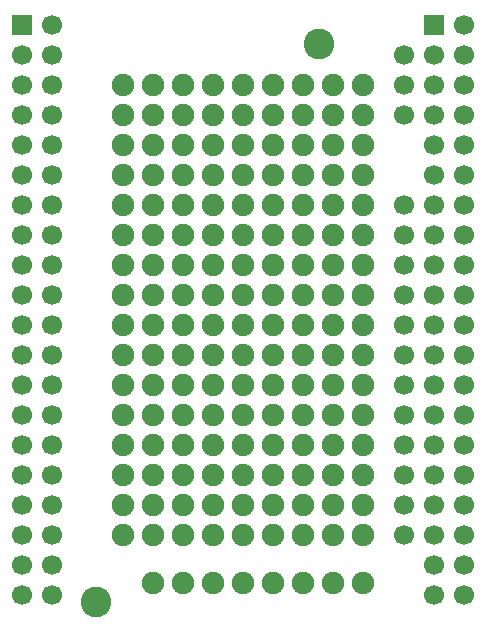
<source format=gbr>
G04 DipTrace 3.0.0.1*
G04 TopMask.gbr*
%MOIN*%
G04 #@! TF.FileFunction,Soldermask,Top*
G04 #@! TF.Part,Single*
%ADD18C,0.066929*%
%ADD24C,0.102362*%
%ADD31R,0.066929X0.066929*%
%ADD33C,0.066929*%
%ADD35C,0.074803*%
%FSLAX26Y26*%
G04*
G70*
G90*
G75*
G01*
G04 TopMask*
%LPD*%
D24*
X1462992Y2342126D3*
X720079Y482677D3*
D35*
X1010630Y705118D3*
X910630D3*
X1010630Y805118D3*
X910630D3*
X1010630Y905118D3*
X910630D3*
X1010630Y1005118D3*
X910630D3*
X1010630Y1105118D3*
X910630D3*
X1010630Y1205118D3*
X910630D3*
X1010630Y1305118D3*
X910630D3*
X1010630Y1405118D3*
X910630D3*
X1010630Y1505118D3*
X910630D3*
X1010630Y1605118D3*
X910630D3*
X1010630Y1705118D3*
X910630D3*
X1010630Y1805118D3*
X910630D3*
X1010630Y1905118D3*
X910630D3*
X1010630Y2005118D3*
X910630D3*
X1010630Y2105118D3*
X910630D3*
X1010630Y2205118D3*
X910630D3*
D33*
X1748032Y1005118D3*
Y905118D3*
D35*
X810630Y705118D3*
Y805118D3*
Y905118D3*
Y1005118D3*
Y1105118D3*
Y1205118D3*
Y1305118D3*
Y1405118D3*
Y1505118D3*
Y1605118D3*
Y1705118D3*
Y1805118D3*
Y1905118D3*
Y2005118D3*
Y2105118D3*
Y2205118D3*
D33*
X1748032Y805118D3*
D35*
X1310630Y705118D3*
X1210630D3*
X1310630Y805118D3*
X1210630D3*
X1310630Y905118D3*
X1210630D3*
X1310630Y1005118D3*
X1210630D3*
X1310630Y1105118D3*
X1210630D3*
X1310630Y1205118D3*
X1210630D3*
X1310630Y1305118D3*
X1210630D3*
X1310630Y1405118D3*
X1210630D3*
X1310630Y1505118D3*
X1210630D3*
X1310630Y1605118D3*
X1210630D3*
X1310630Y1705118D3*
X1210630D3*
X1310630Y1805118D3*
X1210630D3*
X1310630Y1905118D3*
X1210630D3*
X1310630Y2005118D3*
X1210630D3*
X1310630Y2105118D3*
X1210630D3*
X1310630Y2205118D3*
X1210630D3*
D33*
X1748032Y705118D3*
Y2105118D3*
D35*
X1110630Y705118D3*
Y805118D3*
Y905118D3*
Y1005118D3*
Y1105118D3*
Y1205118D3*
Y1305118D3*
Y1405118D3*
Y1505118D3*
Y1605118D3*
Y1705118D3*
Y1805118D3*
Y1905118D3*
Y2005118D3*
Y2105118D3*
Y2205118D3*
X1610630Y705118D3*
X1510630D3*
X1610630Y805118D3*
X1510630D3*
X1610630Y905118D3*
X1510630D3*
X1610630Y1005118D3*
X1510630D3*
X1610630Y1105118D3*
X1510630D3*
X1610630Y1205118D3*
X1510630D3*
X1610630Y1305118D3*
X1510630D3*
X1610630Y1405118D3*
X1510630D3*
X1610630Y1505118D3*
X1510630D3*
X1610630Y1605118D3*
X1510630D3*
X1610630Y1705118D3*
X1510630D3*
X1610630Y1805118D3*
X1510630D3*
X1610630Y1905118D3*
X1510630D3*
X1610630Y2005118D3*
X1510630D3*
X1610630Y2105118D3*
X1510630D3*
X1610630Y2205118D3*
X1510630D3*
X1410630Y705118D3*
Y805118D3*
Y905118D3*
Y1005118D3*
Y1105118D3*
Y1205118D3*
Y1305118D3*
Y1405118D3*
Y1505118D3*
Y1605118D3*
Y1705118D3*
Y1805118D3*
Y1905118D3*
Y2005118D3*
Y2105118D3*
Y2205118D3*
D33*
X1748032Y2305118D3*
D35*
X1110630Y544095D3*
D33*
X1748032Y2205118D3*
D35*
X1010630Y544095D3*
D33*
X1748032Y1605118D3*
D35*
X910630Y544095D3*
D33*
X1748032Y1505118D3*
D35*
X1410630Y544095D3*
D33*
X1748032Y1405118D3*
D35*
X1310630Y544095D3*
D33*
X1748032Y1305118D3*
D35*
X1210630Y544095D3*
D33*
X1748032Y1805118D3*
Y1705118D3*
D35*
X1610630Y544095D3*
D33*
X1748032Y1205118D3*
D35*
X1510630Y544095D3*
D33*
X1748032Y1105118D3*
D31*
X473229Y2405118D3*
D18*
X573229D3*
X473229Y2305118D3*
X573229D3*
X473229Y2205118D3*
X573229D3*
X473229Y2105118D3*
X573229D3*
X473229Y2005118D3*
X573229D3*
X473229Y1905118D3*
X573229D3*
X473229Y1805118D3*
X573229D3*
X473229Y1705118D3*
X573229D3*
X473229Y1605118D3*
X573229D3*
X473229Y1505118D3*
X573229D3*
X473229Y1405118D3*
X573229D3*
X473229Y1305118D3*
X573229D3*
X473229Y1205118D3*
X573229D3*
X473229Y1105118D3*
X573229D3*
X473229Y1005118D3*
X573229D3*
X473229Y905118D3*
X573229D3*
X473229Y805118D3*
X573229D3*
X473229Y705118D3*
X573229D3*
X473229Y605118D3*
X573229D3*
X473229Y505118D3*
X573229D3*
D31*
X1848032Y2405118D3*
D18*
X1948032D3*
X1848032Y2305118D3*
X1948032D3*
X1848032Y2205118D3*
X1948032D3*
X1848032Y2105118D3*
X1948032D3*
X1848032Y2005118D3*
X1948032D3*
X1848032Y1905118D3*
X1948032D3*
X1848032Y1805118D3*
X1948032D3*
X1848032Y1705118D3*
X1948032D3*
X1848032Y1605118D3*
X1948032D3*
X1848032Y1505118D3*
X1948032D3*
X1848032Y1405118D3*
X1948032D3*
X1848032Y1305118D3*
X1948032D3*
X1848032Y1205118D3*
X1948032D3*
X1848032Y1105118D3*
X1948032D3*
X1848032Y1005118D3*
X1948032D3*
X1848032Y905118D3*
X1948032D3*
X1848032Y805118D3*
X1948032D3*
X1848032Y705118D3*
X1948032D3*
X1848032Y605118D3*
X1948032D3*
X1848032Y505118D3*
X1948032D3*
M02*

</source>
